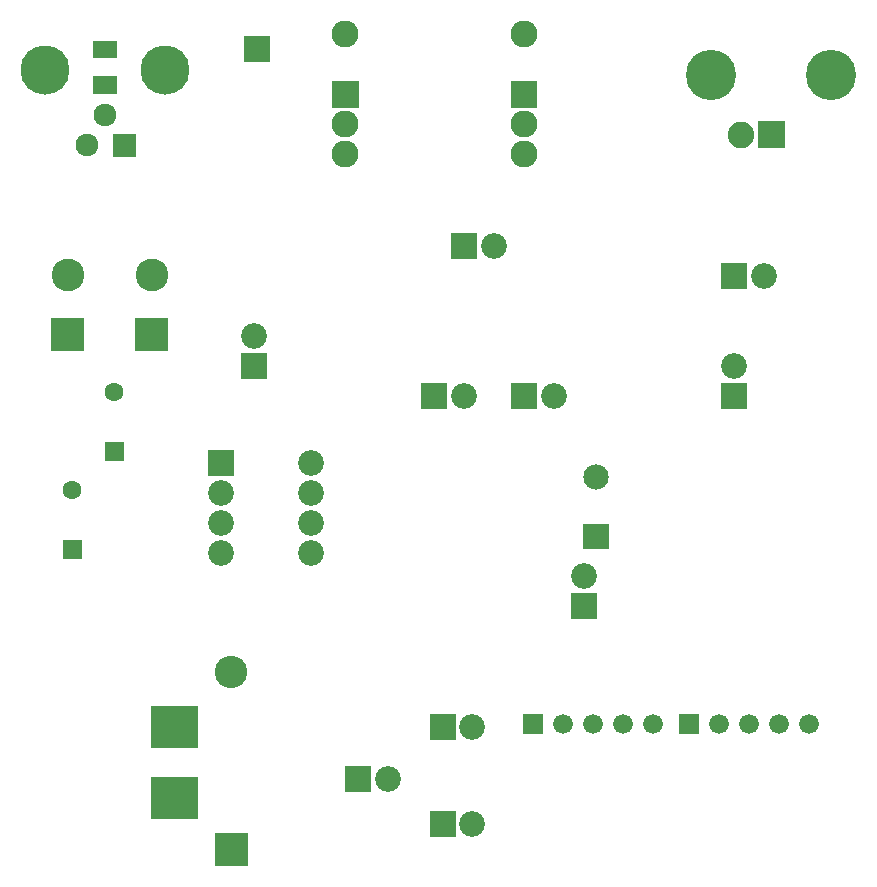
<source format=gbs>
G04 start of page 2 for group 9 layer_idx 9 *
G04 Title: (unknown), bottom_mask *
G04 Creator: pcb-rnd 2.3.0 *
G04 CreationDate: 2021-05-03 19:23:03 UTC *
G04 For:  *
G04 Format: Gerber/RS-274X *
G04 PCB-Dimensions: 500000 500000 *
G04 PCB-Coordinate-Origin: lower left *
%MOIN*%
%FSLAX25Y25*%
%LNBOTTOM_MASK_NONE_9*%
%ADD99C,0.1090*%
%ADD98C,0.0759*%
%ADD97C,0.1639*%
%ADD96C,0.0846*%
%ADD95C,0.0660*%
%ADD94C,0.1083*%
%ADD93C,0.0630*%
%ADD92C,0.0886*%
%ADD91C,0.1678*%
%ADD90C,0.0860*%
%ADD89C,0.0001*%
%ADD88C,0.0900*%
G54D88*X253000Y345000D03*
Y355000D03*
G54D89*G36*
X257450Y360550D02*Y369450D01*
X248550D01*
Y360550D01*
X257450D01*
G37*
G54D90*X243000Y314500D03*
G54D88*X253000Y385000D03*
G54D91*X315500Y371500D03*
X355500D03*
G54D89*G36*
X331071Y355929D02*Y347071D01*
X339929D01*
Y355929D01*
X331071D01*
G37*
G54D92*X325500Y351500D03*
G54D89*G36*
X318700Y308800D02*X327300D01*
Y300200D01*
X318700D01*
Y308800D01*
G37*
G54D90*X333000Y304500D03*
G54D89*G36*
X147700Y246300D02*X156300D01*
Y237700D01*
X147700D01*
Y246300D01*
G37*
G54D90*X152000Y232000D03*
Y222000D03*
Y212000D03*
G54D89*G36*
X113346Y242846D02*X119654D01*
Y249154D01*
X113346D01*
Y242846D01*
G37*
G36*
X99346Y210161D02*X105654D01*
Y216469D01*
X99346D01*
Y210161D01*
G37*
G54D93*X102500Y233000D03*
G54D90*X182000Y242000D03*
Y232000D03*
Y222000D03*
Y212000D03*
G54D89*G36*
X128731Y123476D02*Y137453D01*
X144282D01*
Y123476D01*
X128731D01*
G37*
G36*
X150093Y107807D02*X160920D01*
Y118634D01*
X150093D01*
Y107807D01*
G37*
G36*
X193506Y141020D02*X202106D01*
Y132420D01*
X193506D01*
Y141020D01*
G37*
G54D90*X207649Y136720D03*
G54D89*G36*
X128731Y147098D02*Y161075D01*
X144282D01*
Y147098D01*
X128731D01*
G37*
G54D94*X155506Y172276D03*
G54D89*G36*
X318700Y260200D02*Y268800D01*
X327300D01*
Y260200D01*
X318700D01*
G37*
G54D90*X323000Y274500D03*
G54D89*G36*
X248700Y268800D02*X257300D01*
Y260200D01*
X248700D01*
Y268800D01*
G37*
G54D90*X263000Y264500D03*
G54D89*G36*
X218700Y268800D02*X227300D01*
Y260200D01*
X218700D01*
Y268800D01*
G37*
G54D90*X233000Y264500D03*
G54D89*G36*
X158700Y270200D02*Y278800D01*
X167300D01*
Y270200D01*
X158700D01*
G37*
G54D93*X116500Y265685D03*
G54D95*X348000Y155000D03*
X338000D03*
X328000D03*
X318000D03*
G54D89*G36*
X311300Y151700D02*X304700D01*
Y158300D01*
X311300D01*
Y151700D01*
G37*
G54D95*X266000Y155000D03*
G54D89*G36*
X259300Y151700D02*X252700D01*
Y158300D01*
X259300D01*
Y151700D01*
G37*
G36*
X268700Y190200D02*Y198800D01*
X277300D01*
Y190200D01*
X268700D01*
G37*
G54D90*X273000Y204500D03*
G54D95*X296000Y155000D03*
X286000D03*
X276000D03*
G54D96*X277000Y237343D03*
G54D89*G36*
X272763Y213420D02*X281237D01*
Y221894D01*
X272763D01*
Y213420D01*
G37*
G36*
X221684Y158370D02*X230284D01*
Y149770D01*
X221684D01*
Y158370D01*
G37*
G54D90*X235826Y154070D03*
G54D89*G36*
X221706Y126020D02*X230306D01*
Y117420D01*
X221706D01*
Y126020D01*
G37*
G54D90*X235849Y121720D03*
G54D88*X193500Y345000D03*
Y355000D03*
G54D89*G36*
X197950Y360550D02*Y369450D01*
X189050D01*
Y360550D01*
X197950D01*
G37*
G54D88*X193500Y385000D03*
G54D90*X163000Y284500D03*
G54D89*G36*
X228700Y318800D02*X237300D01*
Y310200D01*
X228700D01*
Y318800D01*
G37*
G36*
X109460Y370954D02*Y365236D01*
X117540D01*
Y370954D01*
X109460D01*
G37*
G36*
Y382764D02*Y377046D01*
X117540D01*
Y382764D01*
X109460D01*
G37*
G54D97*X93540Y373000D03*
X133540D03*
G54D98*X107240Y348000D03*
G54D89*G36*
X116045Y351795D02*Y344205D01*
X123635D01*
Y351795D01*
X116045D01*
G37*
G54D98*X113540Y358000D03*
G54D89*G36*
X159700Y384300D02*X168300D01*
Y375700D01*
X159700D01*
Y384300D01*
G37*
G36*
X95500Y279500D02*X106500D01*
Y290500D01*
X95500D01*
Y279500D01*
G37*
G54D99*X101000Y304685D03*
G54D89*G36*
X123500Y279500D02*X134500D01*
Y290500D01*
X123500D01*
Y279500D01*
G37*
G54D99*X129000Y304685D03*
M02*

</source>
